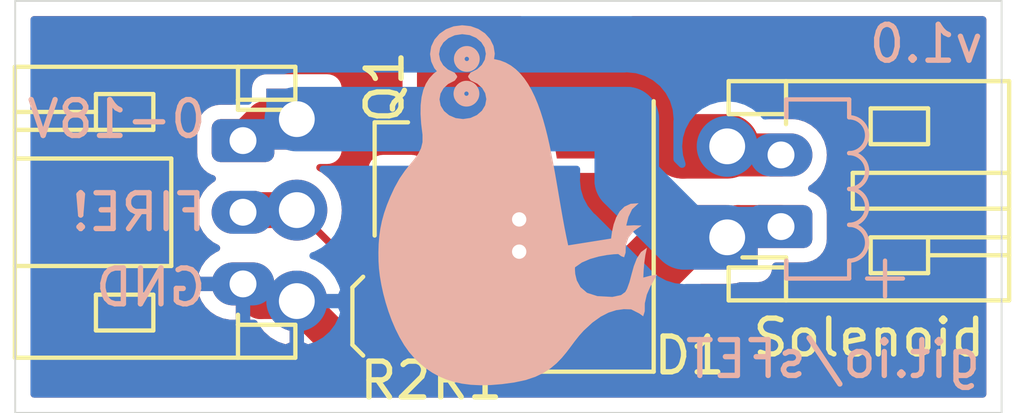
<source format=kicad_pcb>
(kicad_pcb (version 20171130) (host pcbnew "(5.1.2)-2")

  (general
    (thickness 1.6)
    (drawings 24)
    (tracks 42)
    (zones 0)
    (modules 9)
    (nets 6)
  )

  (page A4)
  (layers
    (0 F.Cu signal)
    (31 B.Cu signal)
    (32 B.Adhes user)
    (33 F.Adhes user)
    (34 B.Paste user)
    (35 F.Paste user)
    (36 B.SilkS user)
    (37 F.SilkS user)
    (38 B.Mask user)
    (39 F.Mask user)
    (40 Dwgs.User user)
    (41 Cmts.User user)
    (42 Eco1.User user)
    (43 Eco2.User user)
    (44 Edge.Cuts user)
    (45 Margin user)
    (46 B.CrtYd user)
    (47 F.CrtYd user)
    (48 B.Fab user hide)
    (49 F.Fab user hide)
  )

  (setup
    (last_trace_width 1.8)
    (user_trace_width 0.2)
    (user_trace_width 0.4)
    (user_trace_width 0.6)
    (user_trace_width 0.8)
    (user_trace_width 1)
    (user_trace_width 1.2)
    (user_trace_width 1.4)
    (user_trace_width 1.6)
    (user_trace_width 1.8)
    (user_trace_width 2)
    (user_trace_width 2.2)
    (user_trace_width 2.4)
    (user_trace_width 2.6)
    (user_trace_width 2.8)
    (user_trace_width 3)
    (trace_clearance 0.1524)
    (zone_clearance 0.4)
    (zone_45_only no)
    (trace_min 0.1524)
    (via_size 0.8)
    (via_drill 0.4)
    (via_min_size 0.4)
    (via_min_drill 0.3)
    (user_via 1.4 1)
    (uvia_size 0.3)
    (uvia_drill 0.1)
    (uvias_allowed no)
    (uvia_min_size 0.2)
    (uvia_min_drill 0.1)
    (edge_width 0.05)
    (segment_width 0.2)
    (pcb_text_width 0.3)
    (pcb_text_size 1.5 1.5)
    (mod_edge_width 0.12)
    (mod_text_size 1 1)
    (mod_text_width 0.15)
    (pad_size 1.524 1.524)
    (pad_drill 0.762)
    (pad_to_mask_clearance 0.051)
    (solder_mask_min_width 0.25)
    (aux_axis_origin 0 0)
    (visible_elements 7FFFFF7F)
    (pcbplotparams
      (layerselection 0x010fc_ffffffff)
      (usegerberextensions false)
      (usegerberattributes false)
      (usegerberadvancedattributes false)
      (creategerberjobfile false)
      (excludeedgelayer true)
      (linewidth 0.100000)
      (plotframeref false)
      (viasonmask false)
      (mode 1)
      (useauxorigin false)
      (hpglpennumber 1)
      (hpglpenspeed 20)
      (hpglpendiameter 15.000000)
      (psnegative false)
      (psa4output false)
      (plotreference true)
      (plotvalue true)
      (plotinvisibletext false)
      (padsonsilk false)
      (subtractmaskfromsilk false)
      (outputformat 1)
      (mirror false)
      (drillshape 0)
      (scaleselection 1)
      (outputdirectory "gerbers/"))
  )

  (net 0 "")
  (net 1 /s-)
  (net 2 VCC)
  (net 3 GND)
  (net 4 /FIRE!)
  (net 5 "Net-(Q1-Pad1)")

  (net_class Default "This is the default net class."
    (clearance 0.1524)
    (trace_width 0.1524)
    (via_dia 0.8)
    (via_drill 0.4)
    (uvia_dia 0.3)
    (uvia_drill 0.1)
    (diff_pair_width 0.1524)
    (diff_pair_gap 0.1524)
    (add_net /FIRE!)
    (add_net /s-)
    (add_net GND)
    (add_net "Net-(Q1-Pad1)")
    (add_net VCC)
  )

  (module graphics:kiwi10mm (layer B.Cu) (tedit 5DE176CB) (tstamp 5DE1E0D0)
    (at 131 66.8 270)
    (descr "Imported from kiwi.svg")
    (tags svg2mod)
    (attr smd)
    (fp_text reference G*** (at 0 0 90) (layer B.SilkS) hide
      (effects (font (size 1.524 1.524) (thickness 0.3)) (justify mirror))
    )
    (fp_text value LOGO (at 0.75 0 90) (layer B.SilkS) hide
      (effects (font (size 1.524 1.524) (thickness 0.3)) (justify mirror))
    )
    (fp_poly (pts (xy -3.056169 0.666784) (xy -3.400166 0.943398) (xy -3.24052 0.850114) (xy -3.06164 0.815702)
      (xy -3.056169 0.815702) (xy -2.867142 0.851166) (xy -2.702252 0.949968) (xy -2.571436 1.100728)
      (xy -2.484632 1.292061) (xy -2.451779 1.512586) (xy -2.480272 1.734871) (xy -2.56389 1.928751)
      (xy -2.69276 2.082443) (xy -2.857009 2.184163) (xy -3.046764 2.222125) (xy -3.052062 2.222125)
      (xy -3.230093 2.190241) (xy -3.390076 2.100157) (xy -3.521335 1.960224) (xy -3.613194 1.778792)
      (xy -3.683633 1.728698) (xy -3.754591 1.78033) (xy -3.843432 1.964808) (xy -3.973032 2.107979)
      (xy -4.132671 2.201108) (xy -4.311624 2.23546) (xy -4.317095 2.23546) (xy -4.506121 2.199996)
      (xy -4.671011 2.101193) (xy -4.801828 1.950433) (xy -4.888631 1.7591) (xy -4.921485 1.538575)
      (xy -4.892991 1.316307) (xy -4.809373 1.12246) (xy -4.680503 0.968793) (xy -4.516255 0.867065)
      (xy -4.3265 0.829037) (xy -4.321371 0.829037) (xy -4.143313 0.860979) (xy -3.983272 0.951218)
      (xy -3.851954 1.09137) (xy -3.760066 1.273054) (xy -3.689623 1.323152) (xy -3.688939 1.323152)
      (xy -3.618669 1.271515) (xy -3.529806 1.086787) (xy -3.400166 0.943398) (xy -3.056169 0.666784)
      (xy -3.063351 0.666957) (xy -3.251372 0.696515) (xy -3.423846 0.776998) (xy -3.57311 0.902265)
      (xy -3.691504 1.066178) (xy -3.81209 0.90603) (xy -3.962345 0.784415) (xy -4.134688 0.707168)
      (xy -4.321537 0.680122) (xy -4.328035 0.680292) (xy -4.527199 0.712923) (xy -4.705676 0.800859)
      (xy -4.856341 0.935832) (xy -4.97207 1.109573) (xy -5.04574 1.313814) (xy -5.070226 1.540286)
      (xy -5.041261 1.764999) (xy -4.964104 1.966724) (xy -4.845932 2.137494) (xy -4.693922 2.269339)
      (xy -4.51525 2.35429) (xy -4.317092 2.384378) (xy -4.309909 2.384208) (xy -4.121887 2.354681)
      (xy -3.949413 2.274295) (xy -3.800148 2.149187) (xy -3.681757 1.985499) (xy -3.561176 2.145422)
      (xy -3.410957 2.266877) (xy -3.238715 2.344029) (xy -3.052062 2.371043) (xy -3.045053 2.370873)
      (xy -2.84596 2.338313) (xy -2.667532 2.25042) (xy -2.516896 2.115461) (xy -2.401182 1.941706)
      (xy -2.327517 1.737423) (xy -2.30303 1.510879) (xy -2.332009 1.286178) (xy -2.409193 1.084478)
      (xy -2.527391 0.913734) (xy -2.679413 0.7819) (xy -2.858069 0.696932) (xy -3.056169 0.666784)) (layer B.SilkS) (width 0.1))
    (fp_poly (pts (xy 1.023695 -1.416376) (xy 0.833306 -2.611594) (xy 0.639369 -2.638985) (xy 0.438827 -2.684196)
      (xy 0.246261 -2.753073) (xy 0.076252 -2.85146) (xy -0.056617 -2.985203) (xy -0.137766 -3.160146)
      (xy -0.152613 -3.382135) (xy 0.01687 -3.198359) (xy 0.230152 -3.096756) (xy 0.473682 -3.03468)
      (xy 0.463493 -3.250042) (xy 0.469832 -3.465245) (xy 0.624627 -3.246217) (xy 0.811661 -3.096721)
      (xy 1.023693 -3.024103) (xy 1.226552 -3.017267) (xy 1.357014 -2.975711) (xy 1.32699 -2.894807)
      (xy 1.266968 -2.812559) (xy 1.273089 -2.683577) (xy 1.294782 -2.492894) (xy 1.337041 -2.265192)
      (xy 1.404862 -2.025149) (xy 1.50324 -1.797446) (xy 1.637168 -1.606763) (xy 1.690103 -1.604511)
      (xy 1.824423 -1.613423) (xy 2.003402 -1.657005) (xy 2.190314 -1.758762) (xy 2.348433 -1.942197)
      (xy 2.441032 -2.230816) (xy 2.463178 -2.648284) (xy 2.411944 -2.889244) (xy 2.325013 -3.007246)
      (xy 2.240066 -3.055834) (xy 2.050931 -3.124078) (xy 1.83191 -3.182492) (xy 1.604627 -3.245803)
      (xy 1.390707 -3.328741) (xy 1.211774 -3.446035) (xy 1.089451 -3.612413) (xy 1.295302 -3.56856)
      (xy 1.502987 -3.539224) (xy 1.712228 -3.521041) (xy 1.922751 -3.510652) (xy 1.872566 -3.700414)
      (xy 1.838556 -3.893356) (xy 1.980455 -3.813396) (xy 2.172847 -3.707293) (xy 2.398954 -3.609123)
      (xy 2.641997 -3.552961) (xy 2.863931 -3.55161) (xy 3.004727 -3.5072) (xy 2.928508 -3.403142)
      (xy 2.811233 -3.172184) (xy 2.80516 -2.965538) (xy 2.83317 -2.756541) (xy 2.901138 -2.542843)
      (xy 3.01494 -2.322094) (xy 3.180453 -2.091943) (xy 3.403552 -1.85004) (xy 3.54721 -1.721281)
      (xy 3.698933 -1.601947) (xy 3.855236 -1.485713) (xy 4.012638 -1.366252) (xy 4.167655 -1.237239)
      (xy 4.316804 -1.092348) (xy 4.456602 -0.925254) (xy 4.583566 -0.72963) (xy 4.694213 -0.499151)
      (xy 4.785059 -0.227491) (xy 4.852622 0.091676) (xy 4.898093 0.429197) (xy 4.923521 0.74175)
      (xy 4.929351 1.03105) (xy 4.91603 1.298813) (xy 4.884004 1.546755) (xy 4.833719 1.776592)
      (xy 4.76562 1.99004) (xy 4.680154 2.188815) (xy 4.577767 2.374631) (xy 4.458904 2.549206)
      (xy 4.324011 2.714256) (xy 4.173535 2.871495) (xy 4.001819 3.020261) (xy 3.806131 3.158168)
      (xy 3.590731 3.28491) (xy 3.359878 3.400177) (xy 3.117832 3.503661) (xy 2.868853 3.595053)
      (xy 2.617201 3.674044) (xy 2.367135 3.740327) (xy 2.122916 3.793593) (xy 1.888803 3.833533)
      (xy 1.669056 3.859839) (xy 1.467935 3.872202) (xy 1.222759 3.875074) (xy 0.992034 3.868545)
      (xy 0.771408 3.851047) (xy 0.556528 3.821013) (xy 0.343041 3.776876) (xy 0.126594 3.71707)
      (xy -0.097165 3.640026) (xy -0.33259 3.544179) (xy -0.584033 3.427961) (xy -0.847223 3.282401)
      (xy -1.059345 3.136097) (xy -1.234777 2.996239) (xy -1.387898 2.870016) (xy -1.533086 2.764616)
      (xy -1.684719 2.68723) (xy -1.857176 2.645045) (xy -2.064836 2.645252) (xy -2.368296 2.682667)
      (xy -2.643514 2.700215) (xy -2.891691 2.696979) (xy -3.114027 2.672039) (xy -3.311723 2.624477)
      (xy -3.48598 2.553376) (xy -3.637997 2.457817) (xy -3.768976 2.336881) (xy -3.880116 2.189651)
      (xy -3.69 1.88) (xy -3.197381 2.250717) (xy -2.87 2.28) (xy -2.53 2.02)
      (xy -2.39 1.61) (xy -2.43 1.21) (xy -2.74 0.86) (xy -3.08 0.78)
      (xy -3.3 0.84) (xy -3.49 0.96) (xy -3.71 1.14) (xy -3.88 0.98)
      (xy -4.190672 0.831864) (xy -4.176178 0.650125) (xy -4.137981 0.481113) (xy -4.077277 0.32421)
      (xy -3.995261 0.178796) (xy -3.893128 0.044254) (xy -3.772075 -0.080034) (xy -3.633296 -0.194687)
      (xy -3.477987 -0.300323) (xy -3.307343 -0.39756) (xy -3.12256 -0.487016) (xy -2.924833 -0.56931)
      (xy -2.715357 -0.645059) (xy -2.495329 -0.714882) (xy -2.265943 -0.779398) (xy -2.028395 -0.839224)
      (xy -1.78388 -0.894979) (xy -1.533594 -0.94728) (xy -1.278732 -0.996746) (xy -1.020489 -1.043996)
      (xy -0.760062 -1.089647) (xy -0.498645 -1.134318) (xy -0.237433 -1.178626) (xy 0.022376 -1.223191)
      (xy 0.27959 -1.26863) (xy 0.533011 -1.315562) (xy 0.781444 -1.364605) (xy 1.023695 -1.416376)) (layer B.SilkS) (width 0))
    (fp_circle (center -3.21 1.42) (end -3.15 1.42) (layer B.SilkS) (width 0.3))
    (fp_circle (center -4.18 1.41) (end -4.12 1.41) (layer B.SilkS) (width 0.3))
  )

  (module Connector_PinHeader_2.54mm:PinHeader_1x02_P2.54mm_Vertical (layer F.Cu) (tedit 5DE17454) (tstamp 5DE1C517)
    (at 136.85 67.6 180)
    (descr "Through hole straight pin header, 1x02, 2.54mm pitch, single row")
    (tags "Through hole pin header THT 1x02 2.54mm single row")
    (path /5DE2FE0A)
    (fp_text reference J3 (at 0 -2.33 180) (layer F.SilkS) hide
      (effects (font (size 1 1) (thickness 0.15)))
    )
    (fp_text value Solenoid (at 0 4.87 180) (layer F.Fab)
      (effects (font (size 1 1) (thickness 0.15)))
    )
    (fp_text user %R (at 0 1.27 270) (layer F.Fab)
      (effects (font (size 1 1) (thickness 0.15)))
    )
    (fp_line (start 1.8 -1.8) (end -1.8 -1.8) (layer F.CrtYd) (width 0.05))
    (fp_line (start 1.8 4.35) (end 1.8 -1.8) (layer F.CrtYd) (width 0.05))
    (fp_line (start -1.8 4.35) (end 1.8 4.35) (layer F.CrtYd) (width 0.05))
    (fp_line (start -1.8 -1.8) (end -1.8 4.35) (layer F.CrtYd) (width 0.05))
    (fp_line (start -1.27 -0.635) (end -0.635 -1.27) (layer F.Fab) (width 0.1))
    (fp_line (start -1.27 3.81) (end -1.27 -0.635) (layer F.Fab) (width 0.1))
    (fp_line (start 1.27 3.81) (end -1.27 3.81) (layer F.Fab) (width 0.1))
    (fp_line (start 1.27 -1.27) (end 1.27 3.81) (layer F.Fab) (width 0.1))
    (fp_line (start -0.635 -1.27) (end 1.27 -1.27) (layer F.Fab) (width 0.1))
    (pad 2 thru_hole oval (at 0 2.54 180) (size 1.7 1.7) (drill 1) (layers *.Cu *.Mask)
      (net 1 /s-))
    (pad 1 thru_hole rect (at 0 0 180) (size 1.7 1.7) (drill 1) (layers *.Cu *.Mask)
      (net 2 VCC))
    (model ${KISYS3DMOD}/Connector_PinHeader_2.54mm.3dshapes/PinHeader_1x02_P2.54mm_Vertical.wrl
      (at (xyz 0 0 0))
      (scale (xyz 1 1 1))
      (rotate (xyz 0 0 0))
    )
  )

  (module Connector_PinHeader_2.54mm:PinHeader_1x03_P2.54mm_Vertical (layer F.Cu) (tedit 5DE17432) (tstamp 5DE1C7AF)
    (at 124.85 64.3)
    (descr "Through hole straight pin header, 1x03, 2.54mm pitch, single row")
    (tags "Through hole pin header THT 1x03 2.54mm single row")
    (path /5DE34271)
    (fp_text reference J4 (at 0 -2.33) (layer F.SilkS) hide
      (effects (font (size 1 1) (thickness 0.15)))
    )
    (fp_text value Conn_01x03 (at 0 7.41) (layer F.Fab)
      (effects (font (size 1 1) (thickness 0.15)))
    )
    (fp_text user %R (at 0 2.54 90) (layer F.Fab)
      (effects (font (size 1 1) (thickness 0.15)))
    )
    (fp_line (start 1.8 -1.8) (end -1.8 -1.8) (layer F.CrtYd) (width 0.05))
    (fp_line (start 1.8 6.85) (end 1.8 -1.8) (layer F.CrtYd) (width 0.05))
    (fp_line (start -1.8 6.85) (end 1.8 6.85) (layer F.CrtYd) (width 0.05))
    (fp_line (start -1.8 -1.8) (end -1.8 6.85) (layer F.CrtYd) (width 0.05))
    (fp_line (start -1.27 -0.635) (end -0.635 -1.27) (layer F.Fab) (width 0.1))
    (fp_line (start -1.27 6.35) (end -1.27 -0.635) (layer F.Fab) (width 0.1))
    (fp_line (start 1.27 6.35) (end -1.27 6.35) (layer F.Fab) (width 0.1))
    (fp_line (start 1.27 -1.27) (end 1.27 6.35) (layer F.Fab) (width 0.1))
    (fp_line (start -0.635 -1.27) (end 1.27 -1.27) (layer F.Fab) (width 0.1))
    (pad 3 thru_hole oval (at 0 5.08) (size 1.7 1.7) (drill 1) (layers *.Cu *.Mask)
      (net 3 GND))
    (pad 2 thru_hole oval (at 0 2.54) (size 1.7 1.7) (drill 1) (layers *.Cu *.Mask)
      (net 4 /FIRE!))
    (pad 1 thru_hole rect (at 0 0) (size 1.7 1.7) (drill 1) (layers *.Cu *.Mask)
      (net 2 VCC))
    (model ${KISYS3DMOD}/Connector_PinHeader_2.54mm.3dshapes/PinHeader_1x03_P2.54mm_Vertical.wrl
      (at (xyz 0 0 0))
      (scale (xyz 1 1 1))
      (rotate (xyz 0 0 0))
    )
  )

  (module Diode_SMD:D_SMA-SMB_Universal_Handsoldering (layer F.Cu) (tedit 5864381A) (tstamp 5DE1D62E)
    (at 132.65 66.5 90)
    (descr "Diode, Universal, SMA (DO-214AC) or SMB (DO-214AA), Handsoldering,")
    (tags "Diode Universal SMA (DO-214AC) SMB (DO-214AA) Handsoldering ")
    (path /5DE425ED)
    (attr smd)
    (fp_text reference D1 (at -4.4 3.15 180) (layer F.SilkS)
      (effects (font (size 1 1) (thickness 0.15)))
    )
    (fp_text value ? (at 0 3.1 90) (layer F.Fab)
      (effects (font (size 1 1) (thickness 0.15)))
    )
    (fp_line (start -4.85 -2.15) (end 2.7 -2.15) (layer F.SilkS) (width 0.12))
    (fp_line (start -4.85 2.15) (end 2.7 2.15) (layer F.SilkS) (width 0.12))
    (fp_line (start -0.64944 0.00102) (end 0.50118 -0.79908) (layer F.Fab) (width 0.1))
    (fp_line (start -0.64944 0.00102) (end 0.50118 0.75032) (layer F.Fab) (width 0.1))
    (fp_line (start 0.50118 0.75032) (end 0.50118 -0.79908) (layer F.Fab) (width 0.1))
    (fp_line (start -0.64944 -0.79908) (end -0.64944 0.80112) (layer F.Fab) (width 0.1))
    (fp_line (start 0.50118 0.00102) (end 1.4994 0.00102) (layer F.Fab) (width 0.1))
    (fp_line (start -0.64944 0.00102) (end -1.55114 0.00102) (layer F.Fab) (width 0.1))
    (fp_line (start -4.95 2.25) (end -4.95 -2.25) (layer F.CrtYd) (width 0.05))
    (fp_line (start 4.95 2.25) (end -4.95 2.25) (layer F.CrtYd) (width 0.05))
    (fp_line (start 4.95 -2.25) (end 4.95 2.25) (layer F.CrtYd) (width 0.05))
    (fp_line (start -4.95 -2.25) (end 4.95 -2.25) (layer F.CrtYd) (width 0.05))
    (fp_line (start 2.3 -1.5) (end -2.3 -1.5) (layer F.Fab) (width 0.1))
    (fp_line (start 2.3 -1.5) (end 2.3 1.5) (layer F.Fab) (width 0.1))
    (fp_line (start -2.3 1.5) (end -2.3 -1.5) (layer F.Fab) (width 0.1))
    (fp_line (start 2.3 1.5) (end -2.3 1.5) (layer F.Fab) (width 0.1))
    (fp_line (start 2.3 -2) (end -2.3 -2) (layer F.Fab) (width 0.1))
    (fp_line (start 2.3 -2) (end 2.3 2) (layer F.Fab) (width 0.1))
    (fp_line (start -2.3 2) (end -2.3 -2) (layer F.Fab) (width 0.1))
    (fp_line (start 2.3 2) (end -2.3 2) (layer F.Fab) (width 0.1))
    (fp_line (start -4.85 -2.15) (end -4.85 2.15) (layer F.SilkS) (width 0.12))
    (fp_text user %R (at 0 -3 90) (layer F.Fab)
      (effects (font (size 1 1) (thickness 0.15)))
    )
    (pad 2 smd trapezoid (at 2.9 0 270) (size 3.6 1.7) (rect_delta 0.6 0 ) (layers F.Cu F.Paste F.Mask)
      (net 1 /s-))
    (pad 1 smd trapezoid (at -2.9 0 90) (size 3.6 1.7) (rect_delta 0.6 0 ) (layers F.Cu F.Paste F.Mask)
      (net 2 VCC))
    (model ${KISYS3DMOD}/Diode_SMD.3dshapes/D_SMB.wrl
      (at (xyz 0 0 0))
      (scale (xyz 1 1 1))
      (rotate (xyz 0 0 0))
    )
  )

  (module Resistor_SMD:R_0603_1608Metric_Pad1.05x0.95mm_HandSolder (layer F.Cu) (tedit 5B301BBD) (tstamp 5DE1DA53)
    (at 128.55 68.7)
    (descr "Resistor SMD 0603 (1608 Metric), square (rectangular) end terminal, IPC_7351 nominal with elongated pad for handsoldering. (Body size source: http://www.tortai-tech.com/upload/download/2011102023233369053.pdf), generated with kicad-footprint-generator")
    (tags "resistor handsolder")
    (path /5DE1D13D)
    (attr smd)
    (fp_text reference R2 (at -0.95 2.9) (layer F.SilkS)
      (effects (font (size 1 1) (thickness 0.15)))
    )
    (fp_text value 10k (at 0 1.43) (layer F.Fab)
      (effects (font (size 1 1) (thickness 0.15)))
    )
    (fp_text user %R (at 0 0) (layer F.Fab)
      (effects (font (size 0.4 0.4) (thickness 0.06)))
    )
    (fp_line (start 1.65 0.73) (end -1.65 0.73) (layer F.CrtYd) (width 0.05))
    (fp_line (start 1.65 -0.73) (end 1.65 0.73) (layer F.CrtYd) (width 0.05))
    (fp_line (start -1.65 -0.73) (end 1.65 -0.73) (layer F.CrtYd) (width 0.05))
    (fp_line (start -1.65 0.73) (end -1.65 -0.73) (layer F.CrtYd) (width 0.05))
    (fp_line (start -0.171267 0.51) (end 0.171267 0.51) (layer F.SilkS) (width 0.12))
    (fp_line (start -0.171267 -0.51) (end 0.171267 -0.51) (layer F.SilkS) (width 0.12))
    (fp_line (start 0.8 0.4) (end -0.8 0.4) (layer F.Fab) (width 0.1))
    (fp_line (start 0.8 -0.4) (end 0.8 0.4) (layer F.Fab) (width 0.1))
    (fp_line (start -0.8 -0.4) (end 0.8 -0.4) (layer F.Fab) (width 0.1))
    (fp_line (start -0.8 0.4) (end -0.8 -0.4) (layer F.Fab) (width 0.1))
    (pad 2 smd roundrect (at 0.875 0) (size 1.05 0.95) (layers F.Cu F.Paste F.Mask) (roundrect_rratio 0.25)
      (net 3 GND))
    (pad 1 smd roundrect (at -0.875 0) (size 1.05 0.95) (layers F.Cu F.Paste F.Mask) (roundrect_rratio 0.25)
      (net 5 "Net-(Q1-Pad1)"))
    (model ${KISYS3DMOD}/Resistor_SMD.3dshapes/R_0603_1608Metric.wrl
      (at (xyz 0 0 0))
      (scale (xyz 1 1 1))
      (rotate (xyz 0 0 0))
    )
  )

  (module Resistor_SMD:R_0603_1608Metric_Pad1.05x0.95mm_HandSolder (layer F.Cu) (tedit 5B301BBD) (tstamp 5DE1C554)
    (at 128.55 70.2 180)
    (descr "Resistor SMD 0603 (1608 Metric), square (rectangular) end terminal, IPC_7351 nominal with elongated pad for handsoldering. (Body size source: http://www.tortai-tech.com/upload/download/2011102023233369053.pdf), generated with kicad-footprint-generator")
    (tags "resistor handsolder")
    (path /5DE1FE76)
    (attr smd)
    (fp_text reference R1 (at -1.05 -1.4) (layer F.SilkS)
      (effects (font (size 1 1) (thickness 0.15)))
    )
    (fp_text value 1k (at 0 1.43) (layer F.Fab)
      (effects (font (size 1 1) (thickness 0.15)))
    )
    (fp_text user %R (at 0 0) (layer F.Fab)
      (effects (font (size 0.4 0.4) (thickness 0.06)))
    )
    (fp_line (start 1.65 0.73) (end -1.65 0.73) (layer F.CrtYd) (width 0.05))
    (fp_line (start 1.65 -0.73) (end 1.65 0.73) (layer F.CrtYd) (width 0.05))
    (fp_line (start -1.65 -0.73) (end 1.65 -0.73) (layer F.CrtYd) (width 0.05))
    (fp_line (start -1.65 0.73) (end -1.65 -0.73) (layer F.CrtYd) (width 0.05))
    (fp_line (start -0.171267 0.51) (end 0.171267 0.51) (layer F.SilkS) (width 0.12))
    (fp_line (start -0.171267 -0.51) (end 0.171267 -0.51) (layer F.SilkS) (width 0.12))
    (fp_line (start 0.8 0.4) (end -0.8 0.4) (layer F.Fab) (width 0.1))
    (fp_line (start 0.8 -0.4) (end 0.8 0.4) (layer F.Fab) (width 0.1))
    (fp_line (start -0.8 -0.4) (end 0.8 -0.4) (layer F.Fab) (width 0.1))
    (fp_line (start -0.8 0.4) (end -0.8 -0.4) (layer F.Fab) (width 0.1))
    (pad 2 smd roundrect (at 0.875 0 180) (size 1.05 0.95) (layers F.Cu F.Paste F.Mask) (roundrect_rratio 0.25)
      (net 4 /FIRE!))
    (pad 1 smd roundrect (at -0.875 0 180) (size 1.05 0.95) (layers F.Cu F.Paste F.Mask) (roundrect_rratio 0.25)
      (net 5 "Net-(Q1-Pad1)"))
    (model ${KISYS3DMOD}/Resistor_SMD.3dshapes/R_0603_1608Metric.wrl
      (at (xyz 0 0 0))
      (scale (xyz 1 1 1))
      (rotate (xyz 0 0 0))
    )
  )

  (module Package_TO_SOT_SMD:SOT-23_Handsoldering (layer F.Cu) (tedit 5A0AB76C) (tstamp 5DE1C543)
    (at 128.6 65.15 90)
    (descr "SOT-23, Handsoldering")
    (tags SOT-23)
    (path /5DE1BC89)
    (attr smd)
    (fp_text reference Q1 (at 1.75 -1.3 90) (layer F.SilkS)
      (effects (font (size 1 1) (thickness 0.15)))
    )
    (fp_text value Q_NMOS_GSD (at 0 2.5 90) (layer F.Fab)
      (effects (font (size 1 1) (thickness 0.15)))
    )
    (fp_line (start 0.76 1.58) (end -0.7 1.58) (layer F.SilkS) (width 0.12))
    (fp_line (start -0.7 1.52) (end 0.7 1.52) (layer F.Fab) (width 0.1))
    (fp_line (start 0.7 -1.52) (end 0.7 1.52) (layer F.Fab) (width 0.1))
    (fp_line (start -0.7 -0.95) (end -0.15 -1.52) (layer F.Fab) (width 0.1))
    (fp_line (start -0.15 -1.52) (end 0.7 -1.52) (layer F.Fab) (width 0.1))
    (fp_line (start -0.7 -0.95) (end -0.7 1.5) (layer F.Fab) (width 0.1))
    (fp_line (start 0.76 -1.58) (end -2.4 -1.58) (layer F.SilkS) (width 0.12))
    (fp_line (start -2.7 1.75) (end -2.7 -1.75) (layer F.CrtYd) (width 0.05))
    (fp_line (start 2.7 1.75) (end -2.7 1.75) (layer F.CrtYd) (width 0.05))
    (fp_line (start 2.7 -1.75) (end 2.7 1.75) (layer F.CrtYd) (width 0.05))
    (fp_line (start -2.7 -1.75) (end 2.7 -1.75) (layer F.CrtYd) (width 0.05))
    (fp_line (start 0.76 -1.58) (end 0.76 -0.65) (layer F.SilkS) (width 0.12))
    (fp_line (start 0.76 1.58) (end 0.76 0.65) (layer F.SilkS) (width 0.12))
    (fp_text user %R (at 0 0) (layer F.Fab)
      (effects (font (size 0.5 0.5) (thickness 0.075)))
    )
    (pad 3 smd rect (at 1.5 0 90) (size 1.9 0.8) (layers F.Cu F.Paste F.Mask)
      (net 1 /s-))
    (pad 2 smd rect (at -1.5 0.95 90) (size 1.9 0.8) (layers F.Cu F.Paste F.Mask)
      (net 3 GND))
    (pad 1 smd rect (at -1.5 -0.95 90) (size 1.9 0.8) (layers F.Cu F.Paste F.Mask)
      (net 5 "Net-(Q1-Pad1)"))
    (model ${KISYS3DMOD}/Package_TO_SOT_SMD.3dshapes/SOT-23.wrl
      (at (xyz 0 0 0))
      (scale (xyz 1 1 1))
      (rotate (xyz 0 0 0))
    )
  )

  (module Connector_JST:JST_PH_S3B-PH-K_1x03_P2.00mm_Horizontal (layer F.Cu) (tedit 5B7745C6) (tstamp 5DE1C501)
    (at 123.35 64.9 270)
    (descr "JST PH series connector, S3B-PH-K (http://www.jst-mfg.com/product/pdf/eng/ePH.pdf), generated with kicad-footprint-generator")
    (tags "connector JST PH top entry")
    (path /5DE17171)
    (fp_text reference J2 (at 2 -2.55 90) (layer F.SilkS) hide
      (effects (font (size 1 1) (thickness 0.15)))
    )
    (fp_text value Conn_01x03 (at 2 7.45 90) (layer F.Fab)
      (effects (font (size 1 1) (thickness 0.15)))
    )
    (fp_text user %R (at 2 2.5 90) (layer F.Fab)
      (effects (font (size 1 1) (thickness 0.15)))
    )
    (fp_line (start 0.5 1.375) (end 0 0.875) (layer F.Fab) (width 0.1))
    (fp_line (start -0.5 1.375) (end 0.5 1.375) (layer F.Fab) (width 0.1))
    (fp_line (start 0 0.875) (end -0.5 1.375) (layer F.Fab) (width 0.1))
    (fp_line (start -0.86 0.14) (end -0.86 -1.075) (layer F.SilkS) (width 0.12))
    (fp_line (start 5.25 0.25) (end -1.25 0.25) (layer F.Fab) (width 0.1))
    (fp_line (start 5.25 -1.35) (end 5.25 0.25) (layer F.Fab) (width 0.1))
    (fp_line (start 5.95 -1.35) (end 5.25 -1.35) (layer F.Fab) (width 0.1))
    (fp_line (start 5.95 6.25) (end 5.95 -1.35) (layer F.Fab) (width 0.1))
    (fp_line (start -1.95 6.25) (end 5.95 6.25) (layer F.Fab) (width 0.1))
    (fp_line (start -1.95 -1.35) (end -1.95 6.25) (layer F.Fab) (width 0.1))
    (fp_line (start -1.25 -1.35) (end -1.95 -1.35) (layer F.Fab) (width 0.1))
    (fp_line (start -1.25 0.25) (end -1.25 -1.35) (layer F.Fab) (width 0.1))
    (fp_line (start 6.45 -1.85) (end -2.45 -1.85) (layer F.CrtYd) (width 0.05))
    (fp_line (start 6.45 6.75) (end 6.45 -1.85) (layer F.CrtYd) (width 0.05))
    (fp_line (start -2.45 6.75) (end 6.45 6.75) (layer F.CrtYd) (width 0.05))
    (fp_line (start -2.45 -1.85) (end -2.45 6.75) (layer F.CrtYd) (width 0.05))
    (fp_line (start -0.8 4.1) (end -0.8 6.36) (layer F.SilkS) (width 0.12))
    (fp_line (start -0.3 4.1) (end -0.3 6.36) (layer F.SilkS) (width 0.12))
    (fp_line (start 4.3 2.5) (end 5.3 2.5) (layer F.SilkS) (width 0.12))
    (fp_line (start 4.3 4.1) (end 4.3 2.5) (layer F.SilkS) (width 0.12))
    (fp_line (start 5.3 4.1) (end 4.3 4.1) (layer F.SilkS) (width 0.12))
    (fp_line (start 5.3 2.5) (end 5.3 4.1) (layer F.SilkS) (width 0.12))
    (fp_line (start -0.3 2.5) (end -1.3 2.5) (layer F.SilkS) (width 0.12))
    (fp_line (start -0.3 4.1) (end -0.3 2.5) (layer F.SilkS) (width 0.12))
    (fp_line (start -1.3 4.1) (end -0.3 4.1) (layer F.SilkS) (width 0.12))
    (fp_line (start -1.3 2.5) (end -1.3 4.1) (layer F.SilkS) (width 0.12))
    (fp_line (start 6.06 0.14) (end 5.14 0.14) (layer F.SilkS) (width 0.12))
    (fp_line (start -2.06 0.14) (end -1.14 0.14) (layer F.SilkS) (width 0.12))
    (fp_line (start 3.5 2) (end 3.5 6.36) (layer F.SilkS) (width 0.12))
    (fp_line (start 0.5 2) (end 3.5 2) (layer F.SilkS) (width 0.12))
    (fp_line (start 0.5 6.36) (end 0.5 2) (layer F.SilkS) (width 0.12))
    (fp_line (start 5.14 0.14) (end 4.86 0.14) (layer F.SilkS) (width 0.12))
    (fp_line (start 5.14 -1.46) (end 5.14 0.14) (layer F.SilkS) (width 0.12))
    (fp_line (start 6.06 -1.46) (end 5.14 -1.46) (layer F.SilkS) (width 0.12))
    (fp_line (start 6.06 6.36) (end 6.06 -1.46) (layer F.SilkS) (width 0.12))
    (fp_line (start -2.06 6.36) (end 6.06 6.36) (layer F.SilkS) (width 0.12))
    (fp_line (start -2.06 -1.46) (end -2.06 6.36) (layer F.SilkS) (width 0.12))
    (fp_line (start -1.14 -1.46) (end -2.06 -1.46) (layer F.SilkS) (width 0.12))
    (fp_line (start -1.14 0.14) (end -1.14 -1.46) (layer F.SilkS) (width 0.12))
    (fp_line (start -0.86 0.14) (end -1.14 0.14) (layer F.SilkS) (width 0.12))
    (pad 3 thru_hole oval (at 4 0 270) (size 1.2 1.75) (drill 0.75) (layers *.Cu *.Mask)
      (net 3 GND))
    (pad 2 thru_hole oval (at 2 0 270) (size 1.2 1.75) (drill 0.75) (layers *.Cu *.Mask)
      (net 4 /FIRE!))
    (pad 1 thru_hole roundrect (at 0 0 270) (size 1.2 1.75) (drill 0.75) (layers *.Cu *.Mask) (roundrect_rratio 0.208333)
      (net 2 VCC))
    (model ${KISYS3DMOD}/Connector_JST.3dshapes/JST_PH_S3B-PH-K_1x03_P2.00mm_Horizontal.wrl
      (at (xyz 0 0 0))
      (scale (xyz 1 1 1))
      (rotate (xyz 0 0 0))
    )
  )

  (module Connector_JST:JST_PH_S2B-PH-K_1x02_P2.00mm_Horizontal (layer F.Cu) (tedit 5B7745C6) (tstamp 5DE1C4D1)
    (at 138.35 67.3 90)
    (descr "JST PH series connector, S2B-PH-K (http://www.jst-mfg.com/product/pdf/eng/ePH.pdf), generated with kicad-footprint-generator")
    (tags "connector JST PH top entry")
    (path /5DE187D8)
    (fp_text reference J1 (at 1 -2.55 90) (layer F.SilkS) hide
      (effects (font (size 1 1) (thickness 0.15)))
    )
    (fp_text value Solenoid (at -3.1 2.45 180) (layer F.SilkS)
      (effects (font (size 1 1) (thickness 0.15)))
    )
    (fp_text user %R (at 1 2.5 90) (layer F.Fab)
      (effects (font (size 1 1) (thickness 0.15)))
    )
    (fp_line (start 0.5 1.375) (end 0 0.875) (layer F.Fab) (width 0.1))
    (fp_line (start -0.5 1.375) (end 0.5 1.375) (layer F.Fab) (width 0.1))
    (fp_line (start 0 0.875) (end -0.5 1.375) (layer F.Fab) (width 0.1))
    (fp_line (start -0.86 0.14) (end -0.86 -1.075) (layer F.SilkS) (width 0.12))
    (fp_line (start 3.25 0.25) (end -1.25 0.25) (layer F.Fab) (width 0.1))
    (fp_line (start 3.25 -1.35) (end 3.25 0.25) (layer F.Fab) (width 0.1))
    (fp_line (start 3.95 -1.35) (end 3.25 -1.35) (layer F.Fab) (width 0.1))
    (fp_line (start 3.95 6.25) (end 3.95 -1.35) (layer F.Fab) (width 0.1))
    (fp_line (start -1.95 6.25) (end 3.95 6.25) (layer F.Fab) (width 0.1))
    (fp_line (start -1.95 -1.35) (end -1.95 6.25) (layer F.Fab) (width 0.1))
    (fp_line (start -1.25 -1.35) (end -1.95 -1.35) (layer F.Fab) (width 0.1))
    (fp_line (start -1.25 0.25) (end -1.25 -1.35) (layer F.Fab) (width 0.1))
    (fp_line (start 4.45 -1.85) (end -2.45 -1.85) (layer F.CrtYd) (width 0.05))
    (fp_line (start 4.45 6.75) (end 4.45 -1.85) (layer F.CrtYd) (width 0.05))
    (fp_line (start -2.45 6.75) (end 4.45 6.75) (layer F.CrtYd) (width 0.05))
    (fp_line (start -2.45 -1.85) (end -2.45 6.75) (layer F.CrtYd) (width 0.05))
    (fp_line (start -0.8 4.1) (end -0.8 6.36) (layer F.SilkS) (width 0.12))
    (fp_line (start -0.3 4.1) (end -0.3 6.36) (layer F.SilkS) (width 0.12))
    (fp_line (start 2.3 2.5) (end 3.3 2.5) (layer F.SilkS) (width 0.12))
    (fp_line (start 2.3 4.1) (end 2.3 2.5) (layer F.SilkS) (width 0.12))
    (fp_line (start 3.3 4.1) (end 2.3 4.1) (layer F.SilkS) (width 0.12))
    (fp_line (start 3.3 2.5) (end 3.3 4.1) (layer F.SilkS) (width 0.12))
    (fp_line (start -0.3 2.5) (end -1.3 2.5) (layer F.SilkS) (width 0.12))
    (fp_line (start -0.3 4.1) (end -0.3 2.5) (layer F.SilkS) (width 0.12))
    (fp_line (start -1.3 4.1) (end -0.3 4.1) (layer F.SilkS) (width 0.12))
    (fp_line (start -1.3 2.5) (end -1.3 4.1) (layer F.SilkS) (width 0.12))
    (fp_line (start 4.06 0.14) (end 3.14 0.14) (layer F.SilkS) (width 0.12))
    (fp_line (start -2.06 0.14) (end -1.14 0.14) (layer F.SilkS) (width 0.12))
    (fp_line (start 1.5 2) (end 1.5 6.36) (layer F.SilkS) (width 0.12))
    (fp_line (start 0.5 2) (end 1.5 2) (layer F.SilkS) (width 0.12))
    (fp_line (start 0.5 6.36) (end 0.5 2) (layer F.SilkS) (width 0.12))
    (fp_line (start 3.14 0.14) (end 2.86 0.14) (layer F.SilkS) (width 0.12))
    (fp_line (start 3.14 -1.46) (end 3.14 0.14) (layer F.SilkS) (width 0.12))
    (fp_line (start 4.06 -1.46) (end 3.14 -1.46) (layer F.SilkS) (width 0.12))
    (fp_line (start 4.06 6.36) (end 4.06 -1.46) (layer F.SilkS) (width 0.12))
    (fp_line (start -2.06 6.36) (end 4.06 6.36) (layer F.SilkS) (width 0.12))
    (fp_line (start -2.06 -1.46) (end -2.06 6.36) (layer F.SilkS) (width 0.12))
    (fp_line (start -1.14 -1.46) (end -2.06 -1.46) (layer F.SilkS) (width 0.12))
    (fp_line (start -1.14 0.14) (end -1.14 -1.46) (layer F.SilkS) (width 0.12))
    (fp_line (start -0.86 0.14) (end -1.14 0.14) (layer F.SilkS) (width 0.12))
    (pad 2 thru_hole oval (at 2 0 90) (size 1.2 1.75) (drill 0.75) (layers *.Cu *.Mask)
      (net 1 /s-))
    (pad 1 thru_hole roundrect (at 0 0 90) (size 1.2 1.75) (drill 0.75) (layers *.Cu *.Mask) (roundrect_rratio 0.208333)
      (net 2 VCC))
    (model ${KISYS3DMOD}/Connector_JST.3dshapes/JST_PH_S2B-PH-K_1x02_P2.00mm_Horizontal.wrl
      (at (xyz 0 0 0))
      (scale (xyz 1 1 1))
      (rotate (xyz 0 0 0))
    )
  )

  (gr_text v1.0 (at 142.4 62.2) (layer B.SilkS)
    (effects (font (size 1 1) (thickness 0.15)) (justify mirror))
  )
  (gr_text git.io/sFET (at 139.8 71) (layer B.SilkS)
    (effects (font (size 1 1) (thickness 0.15)) (justify mirror))
  )
  (gr_line (start 141.25 68.25) (end 141.25 69.25) (layer B.SilkS) (width 0.12))
  (gr_line (start 140.75 68.75) (end 141.75 68.75) (layer B.SilkS) (width 0.12))
  (gr_line (start 138.5 68.75) (end 138.5 68.25) (layer B.SilkS) (width 0.12))
  (gr_line (start 140.25 68.75) (end 138.5 68.75) (layer B.SilkS) (width 0.12))
  (gr_line (start 138.5 63.75) (end 138.5 64.25) (layer B.SilkS) (width 0.12))
  (gr_line (start 140.25 63.75) (end 138.5 63.75) (layer B.SilkS) (width 0.12))
  (gr_line (start 140.25 68.25) (end 140.25 68.75) (layer B.SilkS) (width 0.12) (tstamp 5DE1DECD))
  (gr_arc (start 140.25 64.75) (end 140.25 65.25) (angle -180) (layer B.SilkS) (width 0.12))
  (gr_arc (start 140.25 65.75) (end 140.25 66.25) (angle -180) (layer B.SilkS) (width 0.12))
  (gr_arc (start 140.25 66.75) (end 140.25 67.25) (angle -180) (layer B.SilkS) (width 0.12))
  (gr_arc (start 140.25 67.75) (end 140.25 68.25) (angle -180) (layer B.SilkS) (width 0.12))
  (gr_line (start 140.25 63.75) (end 140.25 64.25) (layer B.SilkS) (width 0.12))
  (gr_text GND (at 122.4 69) (layer B.SilkS)
    (effects (font (size 1 1) (thickness 0.15)) (justify left mirror))
  )
  (gr_text FIRE! (at 122.4 66.9) (layer B.SilkS)
    (effects (font (size 1 1) (thickness 0.15)) (justify left mirror))
  )
  (gr_text 0-18V (at 122.4 64.3) (layer B.SilkS)
    (effects (font (size 1 1) (thickness 0.15)) (justify left mirror))
  )
  (gr_line (start 126.4 69) (end 126.7 68.7) (layer F.SilkS) (width 0.12))
  (gr_line (start 126.4 70.6) (end 126.4 69) (layer F.SilkS) (width 0.12))
  (gr_line (start 126.7 70.9) (end 126.4 70.6) (layer F.SilkS) (width 0.12))
  (gr_line (start 144.5 61) (end 144.5 72.5) (layer Edge.Cuts) (width 0.05))
  (gr_line (start 117 61) (end 144.5 61) (layer Edge.Cuts) (width 0.05))
  (gr_line (start 117 72.5) (end 117 61) (layer Edge.Cuts) (width 0.05))
  (gr_line (start 144.5 72.5) (end 117 72.5) (layer Edge.Cuts) (width 0.05))

  (via (at 131.05 68) (size 0.8) (drill 0.4) (layers F.Cu B.Cu) (net 3))
  (via (at 131.05 67.1) (size 0.8) (drill 0.4) (layers F.Cu B.Cu) (net 3))
  (segment (start 137.09 65.3) (end 136.85 65.06) (width 1.2) (layer F.Cu) (net 1))
  (segment (start 138.35 65.3) (end 137.09 65.3) (width 1.2) (layer F.Cu) (net 1))
  (segment (start 132.6 63.65) (end 132.65 63.6) (width 1) (layer F.Cu) (net 1))
  (segment (start 134.15 63.6) (end 132.65 63.6) (width 1.8) (layer F.Cu) (net 1))
  (segment (start 135.61 65.06) (end 134.15 63.6) (width 1.8) (layer F.Cu) (net 1))
  (segment (start 135.61 65.06) (end 136.85 65.06) (width 1.8) (layer F.Cu) (net 1))
  (segment (start 128.75 63.65) (end 128.8 63.6) (width 0.8) (layer F.Cu) (net 1))
  (segment (start 128.6 63.65) (end 128.75 63.65) (width 0.8) (layer F.Cu) (net 1))
  (segment (start 132.65 63.6) (end 129.2 63.6) (width 1.8) (layer F.Cu) (net 1))
  (segment (start 137.15 67.3) (end 136.85 67.6) (width 1.2) (layer F.Cu) (net 2))
  (segment (start 138.35 67.3) (end 137.15 67.3) (width 1.2) (layer F.Cu) (net 2))
  (segment (start 123.95 64.3) (end 123.35 64.9) (width 1) (layer F.Cu) (net 2))
  (segment (start 124.85 64.3) (end 123.95 64.3) (width 1) (layer F.Cu) (net 2))
  (segment (start 133.75 69.4) (end 132.65 69.4) (width 1.8) (layer F.Cu) (net 2))
  (segment (start 135.55 67.6) (end 133.75 69.4) (width 1.8) (layer F.Cu) (net 2))
  (segment (start 135.55 67.6) (end 136.85 67.6) (width 1.8) (layer F.Cu) (net 2))
  (segment (start 124.85 64.3) (end 134.05 64.3) (width 1.8) (layer B.Cu) (net 2))
  (segment (start 134.05 66) (end 135.65 67.6) (width 1.8) (layer B.Cu) (net 2))
  (segment (start 134.05 64.3) (end 134.05 66) (width 1.8) (layer B.Cu) (net 2))
  (segment (start 136.85 67.6) (end 135.65 67.6) (width 1.8) (layer B.Cu) (net 2))
  (segment (start 129.55 68.575) (end 129.425 68.7) (width 0.6) (layer F.Cu) (net 3))
  (segment (start 129.55 66.65) (end 129.55 68.575) (width 0.6) (layer F.Cu) (net 3))
  (segment (start 123.83 69.38) (end 123.35 68.9) (width 1) (layer F.Cu) (net 3))
  (segment (start 124.85 69.38) (end 123.83 69.38) (width 1) (layer F.Cu) (net 3))
  (segment (start 130.05 68.7) (end 130.75 69.4) (width 1) (layer F.Cu) (net 3))
  (segment (start 129.425 68.7) (end 130.05 68.7) (width 1) (layer F.Cu) (net 3))
  (segment (start 130.75 69.4) (end 130.75 71.1) (width 1) (layer F.Cu) (net 3))
  (segment (start 130.75 71.1) (end 130.35 71.5) (width 1) (layer F.Cu) (net 3))
  (segment (start 126.97 71.5) (end 124.85 69.38) (width 1) (layer F.Cu) (net 3))
  (segment (start 130.35 71.5) (end 126.97 71.5) (width 1) (layer F.Cu) (net 3))
  (segment (start 127.675 70.2) (end 126.85 70.2) (width 0.2) (layer F.Cu) (net 4))
  (segment (start 126.85 70.2) (end 126.35 69.7) (width 0.2) (layer F.Cu) (net 4))
  (segment (start 126.35 68.34) (end 124.85 66.84) (width 0.2) (layer F.Cu) (net 4))
  (segment (start 126.35 69.7) (end 126.35 68.34) (width 0.2) (layer F.Cu) (net 4))
  (segment (start 123.41 66.84) (end 123.35 66.9) (width 1) (layer F.Cu) (net 4))
  (segment (start 124.85 66.84) (end 123.41 66.84) (width 1) (layer F.Cu) (net 4))
  (segment (start 127.925 68.7) (end 127.675 68.7) (width 0.2) (layer F.Cu) (net 5))
  (segment (start 129.425 70.2) (end 127.925 68.7) (width 0.2) (layer F.Cu) (net 5))
  (segment (start 127.675 66.675) (end 127.65 66.65) (width 0.2) (layer F.Cu) (net 5))
  (segment (start 127.675 68.7) (end 127.675 66.675) (width 0.2) (layer F.Cu) (net 5))

  (zone (net 3) (net_name GND) (layer B.Cu) (tstamp 5DE1E40D) (hatch edge 0.508)
    (connect_pads (clearance 0.4))
    (min_thickness 0.2)
    (fill yes (arc_segments 32) (thermal_gap 0.4) (thermal_bridge_width 0.4))
    (polygon
      (pts
        (xy 117 61) (xy 144.5 61) (xy 144.5 72.5) (xy 117 72.5)
      )
    )
    (filled_polygon
      (pts
        (xy 143.975001 71.975) (xy 117.525 71.975) (xy 117.525 69.170134) (xy 122.008685 69.170134) (xy 122.020465 69.228564)
        (xy 122.104827 69.42798) (xy 122.226472 69.607106) (xy 122.380726 69.759059) (xy 122.56166 69.877999) (xy 122.762322 69.959355)
        (xy 122.975 70) (xy 123.25 70) (xy 123.25 69) (xy 122.105142 69) (xy 122.008685 69.170134)
        (xy 117.525 69.170134) (xy 117.525 66.9) (xy 121.969678 66.9) (xy 121.990916 67.115638) (xy 122.053816 67.322988)
        (xy 122.155958 67.514084) (xy 122.293419 67.681581) (xy 122.460916 67.819042) (xy 122.613909 67.900817) (xy 122.56166 67.922001)
        (xy 122.380726 68.040941) (xy 122.226472 68.192894) (xy 122.104827 68.37202) (xy 122.020465 68.571436) (xy 122.008685 68.629866)
        (xy 122.105142 68.8) (xy 123.25 68.8) (xy 123.25 68.78) (xy 123.45 68.78) (xy 123.45 68.8)
        (xy 123.47 68.8) (xy 123.47 69) (xy 123.45 69) (xy 123.45 70) (xy 123.657692 70)
        (xy 123.702046 70.09043) (xy 123.862702 70.300734) (xy 124.061299 70.475655) (xy 124.290205 70.60847) (xy 124.540624 70.694076)
        (xy 124.75 70.601295) (xy 124.75 69.48) (xy 124.95 69.48) (xy 124.95 70.601295) (xy 125.159376 70.694076)
        (xy 125.409795 70.60847) (xy 125.638701 70.475655) (xy 125.837298 70.300734) (xy 125.997954 70.09043) (xy 126.114494 69.852825)
        (xy 126.164072 69.689375) (xy 126.070912 69.48) (xy 124.95 69.48) (xy 124.75 69.48) (xy 124.73 69.48)
        (xy 124.73 69.28) (xy 124.75 69.28) (xy 124.75 69.26) (xy 124.95 69.26) (xy 124.95 69.28)
        (xy 126.070912 69.28) (xy 126.164072 69.070625) (xy 126.114494 68.907175) (xy 125.997954 68.66957) (xy 125.837298 68.459266)
        (xy 125.638701 68.284345) (xy 125.409795 68.15153) (xy 125.300378 68.114126) (xy 125.369122 68.093272) (xy 125.603649 67.967915)
        (xy 125.809213 67.799213) (xy 125.977915 67.593649) (xy 126.103272 67.359122) (xy 126.180467 67.104646) (xy 126.206532 66.84)
        (xy 126.180467 66.575354) (xy 126.103272 66.320878) (xy 125.977915 66.086351) (xy 125.809213 65.880787) (xy 125.603649 65.712085)
        (xy 125.58104 65.7) (xy 132.65 65.7) (xy 132.65 65.931231) (xy 132.643227 66) (xy 132.65 66.068769)
        (xy 132.65 66.068777) (xy 132.65489 66.118419) (xy 132.670257 66.274447) (xy 132.711377 66.41) (xy 132.750311 66.538349)
        (xy 132.880311 66.781562) (xy 132.910575 66.818438) (xy 133.011418 66.941316) (xy 133.011421 66.941319) (xy 133.055262 66.994739)
        (xy 133.108681 67.038579) (xy 134.61142 68.541319) (xy 134.655261 68.594739) (xy 134.708681 68.63858) (xy 134.708683 68.638582)
        (xy 134.746442 68.66957) (xy 134.868438 68.76969) (xy 135.026933 68.854407) (xy 135.11165 68.89969) (xy 135.253651 68.942765)
        (xy 135.375552 68.979743) (xy 135.581223 69) (xy 135.581231 69) (xy 135.65 69.006773) (xy 135.718769 69)
        (xy 136.918777 69) (xy 137.124448 68.979743) (xy 137.214524 68.952419) (xy 137.7 68.952419) (xy 137.798017 68.942765)
        (xy 137.892267 68.914175) (xy 137.979129 68.867746) (xy 138.055264 68.805264) (xy 138.117746 68.729129) (xy 138.164175 68.642267)
        (xy 138.192765 68.548017) (xy 138.202419 68.45) (xy 138.202419 68.402419) (xy 138.975001 68.402419) (xy 139.12179 68.387961)
        (xy 139.262939 68.345145) (xy 139.393022 68.275614) (xy 139.507041 68.182041) (xy 139.600614 68.068022) (xy 139.670145 67.937939)
        (xy 139.712961 67.79679) (xy 139.727419 67.650001) (xy 139.727419 66.949999) (xy 139.712961 66.80321) (xy 139.670145 66.662061)
        (xy 139.600614 66.531978) (xy 139.507041 66.417959) (xy 139.393022 66.324386) (xy 139.262939 66.254855) (xy 139.204976 66.237273)
        (xy 139.239084 66.219042) (xy 139.406581 66.081581) (xy 139.544042 65.914084) (xy 139.646184 65.722988) (xy 139.709084 65.515638)
        (xy 139.730322 65.3) (xy 139.709084 65.084362) (xy 139.646184 64.877012) (xy 139.544042 64.685916) (xy 139.406581 64.518419)
        (xy 139.239084 64.380958) (xy 139.047988 64.278816) (xy 138.840638 64.215916) (xy 138.679036 64.2) (xy 138.020964 64.2)
        (xy 137.900381 64.211876) (xy 137.809213 64.100787) (xy 137.603649 63.932085) (xy 137.369122 63.806728) (xy 137.114646 63.729533)
        (xy 136.916321 63.71) (xy 136.783679 63.71) (xy 136.585354 63.729533) (xy 136.330878 63.806728) (xy 136.096351 63.932085)
        (xy 135.890787 64.100787) (xy 135.722085 64.306351) (xy 135.596728 64.540878) (xy 135.519533 64.795354) (xy 135.493468 65.06)
        (xy 135.519533 65.324646) (xy 135.591375 65.561477) (xy 135.45 65.420102) (xy 135.45 64.368777) (xy 135.456774 64.3)
        (xy 135.429743 64.025552) (xy 135.34969 63.761651) (xy 135.21969 63.518438) (xy 135.044739 63.305261) (xy 134.831562 63.13031)
        (xy 134.588349 63.00031) (xy 134.324448 62.920257) (xy 134.118777 62.9) (xy 134.05 62.893226) (xy 133.981223 62.9)
        (xy 124.781223 62.9) (xy 124.575552 62.920257) (xy 124.485476 62.947581) (xy 124 62.947581) (xy 123.901983 62.957235)
        (xy 123.807733 62.985825) (xy 123.720871 63.032254) (xy 123.644736 63.094736) (xy 123.582254 63.170871) (xy 123.535825 63.257733)
        (xy 123.507235 63.351983) (xy 123.497581 63.45) (xy 123.497581 63.797581) (xy 122.724999 63.797581) (xy 122.57821 63.812039)
        (xy 122.437061 63.854855) (xy 122.306978 63.924386) (xy 122.192959 64.017959) (xy 122.099386 64.131978) (xy 122.029855 64.262061)
        (xy 121.987039 64.40321) (xy 121.972581 64.549999) (xy 121.972581 65.250001) (xy 121.987039 65.39679) (xy 122.029855 65.537939)
        (xy 122.099386 65.668022) (xy 122.192959 65.782041) (xy 122.306978 65.875614) (xy 122.437061 65.945145) (xy 122.495024 65.962727)
        (xy 122.460916 65.980958) (xy 122.293419 66.118419) (xy 122.155958 66.285916) (xy 122.053816 66.477012) (xy 121.990916 66.684362)
        (xy 121.969678 66.9) (xy 117.525 66.9) (xy 117.525 61.525) (xy 143.975 61.525)
      )
    )
  )
  (zone (net 3) (net_name GND) (layer F.Cu) (tstamp 5DE1E40A) (hatch edge 0.508)
    (connect_pads (clearance 0.4))
    (min_thickness 0.2)
    (fill yes (arc_segments 32) (thermal_gap 0.4) (thermal_bridge_width 0.4))
    (polygon
      (pts
        (xy 116.999283 61) (xy 144.499283 61) (xy 144.499283 72.5) (xy 116.999283 72.5)
      )
    )
    (filled_polygon
      (pts
        (xy 131.042049 61.593346) (xy 131.010532 61.686658) (xy 130.997826 61.784327) (xy 131.004417 61.882597) (xy 131.057317 62.2)
        (xy 129.131223 62.2) (xy 129.077891 62.205253) (xy 129 62.197581) (xy 128.2 62.197581) (xy 128.101983 62.207235)
        (xy 128.007733 62.235825) (xy 127.920871 62.282254) (xy 127.844736 62.344736) (xy 127.782254 62.420871) (xy 127.735825 62.507733)
        (xy 127.707235 62.601983) (xy 127.697581 62.7) (xy 127.697581 63.630354) (xy 127.695646 63.65) (xy 127.697581 63.669646)
        (xy 127.697581 64.6) (xy 127.707235 64.698017) (xy 127.735825 64.792267) (xy 127.782254 64.879129) (xy 127.844736 64.955264)
        (xy 127.920871 65.017746) (xy 128.007733 65.064175) (xy 128.101983 65.092765) (xy 128.2 65.102419) (xy 129 65.102419)
        (xy 129.098017 65.092765) (xy 129.192267 65.064175) (xy 129.279129 65.017746) (xy 129.300753 65) (xy 131.523984 65)
        (xy 131.604417 65.482597) (xy 131.635825 65.592267) (xy 131.682254 65.679129) (xy 131.744736 65.755264) (xy 131.820871 65.817746)
        (xy 131.907733 65.864175) (xy 132.001983 65.892765) (xy 132.1 65.902419) (xy 133.2 65.902419) (xy 133.313342 65.889468)
        (xy 133.406654 65.857951) (xy 133.492025 65.808835) (xy 133.566174 65.744008) (xy 133.62625 65.665961) (xy 133.669947 65.577694)
        (xy 133.695583 65.482597) (xy 133.7466 65.176498) (xy 134.57142 66.001319) (xy 134.615261 66.054739) (xy 134.828438 66.22969)
        (xy 134.986105 66.313965) (xy 134.768438 66.43031) (xy 134.644556 66.531978) (xy 134.613174 66.557733) (xy 134.555261 66.605261)
        (xy 134.51142 66.658681) (xy 133.686036 67.484066) (xy 133.664175 67.407733) (xy 133.617746 67.320871) (xy 133.555264 67.244736)
        (xy 133.479129 67.182254) (xy 133.392267 67.135825) (xy 133.298017 67.107235) (xy 133.2 67.097581) (xy 132.1 67.097581)
        (xy 131.986658 67.110532) (xy 131.893346 67.142049) (xy 131.807975 67.191165) (xy 131.733826 67.255992) (xy 131.67375 67.334039)
        (xy 131.630053 67.422306) (xy 131.604417 67.517403) (xy 131.393998 68.779916) (xy 131.35031 68.861651) (xy 131.270257 69.125552)
        (xy 131.243226 69.4) (xy 131.260842 69.578854) (xy 131.004417 71.117403) (xy 130.997581 71.2) (xy 131.007235 71.298017)
        (xy 131.035825 71.392267) (xy 131.082254 71.479129) (xy 131.144736 71.555264) (xy 131.220871 71.617746) (xy 131.307733 71.664175)
        (xy 131.401983 71.692765) (xy 131.5 71.702419) (xy 133.8 71.702419) (xy 133.882597 71.695583) (xy 133.977694 71.669947)
        (xy 134.065961 71.62625) (xy 134.144008 71.566174) (xy 134.208835 71.492025) (xy 134.257951 71.406654) (xy 134.289468 71.313342)
        (xy 134.302174 71.215673) (xy 134.295583 71.117403) (xy 134.228966 70.717703) (xy 134.288349 70.69969) (xy 134.531562 70.56969)
        (xy 134.744739 70.394739) (xy 134.788584 70.341314) (xy 136.129899 69) (xy 136.918777 69) (xy 137.124448 68.979743)
        (xy 137.214524 68.952419) (xy 137.7 68.952419) (xy 137.798017 68.942765) (xy 137.892267 68.914175) (xy 137.979129 68.867746)
        (xy 138.055264 68.805264) (xy 138.117746 68.729129) (xy 138.164175 68.642267) (xy 138.192765 68.548017) (xy 138.202419 68.45)
        (xy 138.202419 68.402419) (xy 138.975001 68.402419) (xy 139.12179 68.387961) (xy 139.262939 68.345145) (xy 139.393022 68.275614)
        (xy 139.507041 68.182041) (xy 139.600614 68.068022) (xy 139.670145 67.937939) (xy 139.712961 67.79679) (xy 139.727419 67.650001)
        (xy 139.727419 66.949999) (xy 139.712961 66.80321) (xy 139.670145 66.662061) (xy 139.600614 66.531978) (xy 139.507041 66.417959)
        (xy 139.393022 66.324386) (xy 139.262939 66.254855) (xy 139.204976 66.237273) (xy 139.239084 66.219042) (xy 139.406581 66.081581)
        (xy 139.544042 65.914084) (xy 139.646184 65.722988) (xy 139.709084 65.515638) (xy 139.730322 65.3) (xy 139.709084 65.084362)
        (xy 139.646184 64.877012) (xy 139.544042 64.685916) (xy 139.406581 64.518419) (xy 139.239084 64.380958) (xy 139.047988 64.278816)
        (xy 138.840638 64.215916) (xy 138.679036 64.2) (xy 137.955317 64.2) (xy 137.844739 64.065261) (xy 137.631562 63.89031)
        (xy 137.388349 63.76031) (xy 137.124448 63.680257) (xy 136.918777 63.66) (xy 136.189899 63.66) (xy 135.188584 62.658686)
        (xy 135.144739 62.605261) (xy 134.931562 62.43031) (xy 134.688349 62.30031) (xy 134.424448 62.220257) (xy 134.242296 62.202316)
        (xy 134.295583 61.882597) (xy 134.302419 61.8) (xy 134.292765 61.701983) (xy 134.264175 61.607733) (xy 134.219953 61.525)
        (xy 143.975 61.525) (xy 143.975001 71.975) (xy 117.525 71.975) (xy 117.525 69.170134) (xy 122.008685 69.170134)
        (xy 122.020465 69.228564) (xy 122.104827 69.42798) (xy 122.226472 69.607106) (xy 122.380726 69.759059) (xy 122.56166 69.877999)
        (xy 122.762322 69.959355) (xy 122.975 70) (xy 123.25 70) (xy 123.25 69) (xy 122.105142 69)
        (xy 122.008685 69.170134) (xy 117.525 69.170134) (xy 117.525 66.9) (xy 121.969678 66.9) (xy 121.990916 67.115638)
        (xy 122.053816 67.322988) (xy 122.155958 67.514084) (xy 122.293419 67.681581) (xy 122.460916 67.819042) (xy 122.613909 67.900817)
        (xy 122.56166 67.922001) (xy 122.380726 68.040941) (xy 122.226472 68.192894) (xy 122.104827 68.37202) (xy 122.020465 68.571436)
        (xy 122.008685 68.629866) (xy 122.105142 68.8) (xy 123.25 68.8) (xy 123.25 68.78) (xy 123.45 68.78)
        (xy 123.45 68.8) (xy 123.47 68.8) (xy 123.47 69) (xy 123.45 69) (xy 123.45 70)
        (xy 123.657692 70) (xy 123.702046 70.09043) (xy 123.862702 70.300734) (xy 124.061299 70.475655) (xy 124.290205 70.60847)
        (xy 124.540624 70.694076) (xy 124.75 70.601295) (xy 124.75 69.48) (xy 124.73 69.48) (xy 124.73 69.28)
        (xy 124.75 69.28) (xy 124.75 69.26) (xy 124.95 69.26) (xy 124.95 69.28) (xy 124.97 69.28)
        (xy 124.97 69.48) (xy 124.95 69.48) (xy 124.95 70.601295) (xy 125.159376 70.694076) (xy 125.409795 70.60847)
        (xy 125.638701 70.475655) (xy 125.837298 70.300734) (xy 125.952025 70.150552) (xy 126.404891 70.603419) (xy 126.423683 70.626317)
        (xy 126.515045 70.701296) (xy 126.582971 70.737603) (xy 126.619278 70.75701) (xy 126.732379 70.791318) (xy 126.742191 70.792284)
        (xy 126.77228 70.848577) (xy 126.864298 70.960702) (xy 126.976423 71.05272) (xy 127.104345 71.121096) (xy 127.243149 71.163202)
        (xy 127.3875 71.177419) (xy 127.9625 71.177419) (xy 128.106851 71.163202) (xy 128.245655 71.121096) (xy 128.373577 71.05272)
        (xy 128.485702 70.960702) (xy 128.55 70.882354) (xy 128.614298 70.960702) (xy 128.726423 71.05272) (xy 128.854345 71.121096)
        (xy 128.993149 71.163202) (xy 129.1375 71.177419) (xy 129.7125 71.177419) (xy 129.856851 71.163202) (xy 129.995655 71.121096)
        (xy 130.123577 71.05272) (xy 130.235702 70.960702) (xy 130.32772 70.848577) (xy 130.396096 70.720655) (xy 130.438202 70.581851)
        (xy 130.452419 70.4375) (xy 130.452419 69.9625) (xy 130.438202 69.818149) (xy 130.396096 69.679345) (xy 130.32772 69.551423)
        (xy 130.30781 69.527162) (xy 130.367746 69.454129) (xy 130.414175 69.367267) (xy 130.442765 69.273017) (xy 130.452419 69.175)
        (xy 130.45 68.925) (xy 130.325 68.8) (xy 129.525 68.8) (xy 129.525 68.82) (xy 129.325 68.82)
        (xy 129.325 68.8) (xy 129.305 68.8) (xy 129.305 68.6) (xy 129.325 68.6) (xy 129.325 68.58)
        (xy 129.525 68.58) (xy 129.525 68.6) (xy 130.325 68.6) (xy 130.45 68.475) (xy 130.452419 68.225)
        (xy 130.442765 68.126983) (xy 130.414175 68.032733) (xy 130.367746 67.945871) (xy 130.340359 67.9125) (xy 130.367746 67.879129)
        (xy 130.414175 67.792267) (xy 130.442765 67.698017) (xy 130.452419 67.6) (xy 130.45 66.875) (xy 130.325 66.75)
        (xy 129.65 66.75) (xy 129.65 66.77) (xy 129.45 66.77) (xy 129.45 66.75) (xy 128.775 66.75)
        (xy 128.65 66.875) (xy 128.647581 67.6) (xy 128.657235 67.698017) (xy 128.680675 67.775288) (xy 128.620871 67.807254)
        (xy 128.544736 67.869736) (xy 128.486675 67.940484) (xy 128.485702 67.939298) (xy 128.445466 67.906277) (xy 128.467746 67.879129)
        (xy 128.514175 67.792267) (xy 128.542765 67.698017) (xy 128.552419 67.6) (xy 128.552419 65.7) (xy 128.647581 65.7)
        (xy 128.65 66.425) (xy 128.775 66.55) (xy 129.45 66.55) (xy 129.45 65.325) (xy 129.65 65.325)
        (xy 129.65 66.55) (xy 130.325 66.55) (xy 130.45 66.425) (xy 130.452419 65.7) (xy 130.442765 65.601983)
        (xy 130.414175 65.507733) (xy 130.367746 65.420871) (xy 130.305264 65.344736) (xy 130.229129 65.282254) (xy 130.142267 65.235825)
        (xy 130.048017 65.207235) (xy 129.95 65.197581) (xy 129.775 65.2) (xy 129.65 65.325) (xy 129.45 65.325)
        (xy 129.325 65.2) (xy 129.15 65.197581) (xy 129.051983 65.207235) (xy 128.957733 65.235825) (xy 128.870871 65.282254)
        (xy 128.794736 65.344736) (xy 128.732254 65.420871) (xy 128.685825 65.507733) (xy 128.657235 65.601983) (xy 128.647581 65.7)
        (xy 128.552419 65.7) (xy 128.542765 65.601983) (xy 128.514175 65.507733) (xy 128.467746 65.420871) (xy 128.405264 65.344736)
        (xy 128.329129 65.282254) (xy 128.242267 65.235825) (xy 128.148017 65.207235) (xy 128.05 65.197581) (xy 127.25 65.197581)
        (xy 127.151983 65.207235) (xy 127.057733 65.235825) (xy 126.970871 65.282254) (xy 126.894736 65.344736) (xy 126.832254 65.420871)
        (xy 126.785825 65.507733) (xy 126.757235 65.601983) (xy 126.747581 65.7) (xy 126.747581 67.6) (xy 126.757235 67.698017)
        (xy 126.785825 67.792267) (xy 126.832254 67.879129) (xy 126.874657 67.930797) (xy 126.864298 67.939298) (xy 126.830819 67.980093)
        (xy 126.797339 67.939298) (xy 126.795105 67.936576) (xy 126.795104 67.936575) (xy 126.776317 67.913683) (xy 126.753425 67.894896)
        (xy 126.129893 67.271365) (xy 126.180467 67.104646) (xy 126.206532 66.84) (xy 126.180467 66.575354) (xy 126.103272 66.320878)
        (xy 125.977915 66.086351) (xy 125.809213 65.880787) (xy 125.603649 65.712085) (xy 125.492022 65.652419) (xy 125.7 65.652419)
        (xy 125.798017 65.642765) (xy 125.892267 65.614175) (xy 125.979129 65.567746) (xy 126.055264 65.505264) (xy 126.117746 65.429129)
        (xy 126.164175 65.342267) (xy 126.192765 65.248017) (xy 126.202419 65.15) (xy 126.202419 63.45) (xy 126.192765 63.351983)
        (xy 126.164175 63.257733) (xy 126.117746 63.170871) (xy 126.055264 63.094736) (xy 125.979129 63.032254) (xy 125.892267 62.985825)
        (xy 125.798017 62.957235) (xy 125.7 62.947581) (xy 124 62.947581) (xy 123.901983 62.957235) (xy 123.807733 62.985825)
        (xy 123.720871 63.032254) (xy 123.644736 63.094736) (xy 123.582254 63.170871) (xy 123.535825 63.257733) (xy 123.507235 63.351983)
        (xy 123.501954 63.405598) (xy 123.391742 63.464508) (xy 123.239472 63.589472) (xy 123.208151 63.627637) (xy 123.038207 63.797581)
        (xy 122.724999 63.797581) (xy 122.57821 63.812039) (xy 122.437061 63.854855) (xy 122.306978 63.924386) (xy 122.192959 64.017959)
        (xy 122.099386 64.131978) (xy 122.029855 64.262061) (xy 121.987039 64.40321) (xy 121.972581 64.549999) (xy 121.972581 65.250001)
        (xy 121.987039 65.39679) (xy 122.029855 65.537939) (xy 122.099386 65.668022) (xy 122.192959 65.782041) (xy 122.306978 65.875614)
        (xy 122.437061 65.945145) (xy 122.495024 65.962727) (xy 122.460916 65.980958) (xy 122.293419 66.118419) (xy 122.155958 66.285916)
        (xy 122.053816 66.477012) (xy 121.990916 66.684362) (xy 121.969678 66.9) (xy 117.525 66.9) (xy 117.525 61.525)
        (xy 131.08137 61.525)
      )
    )
  )
)

</source>
